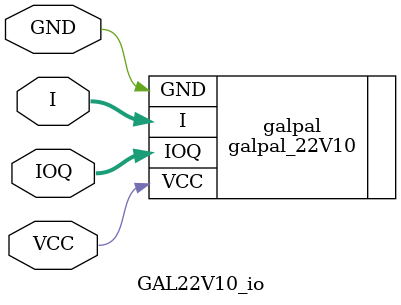
<source format=v>
/* Autogenerated from test/GAL22V10_io.jed by galpal */

module GAL22V10_io (
	input	[11:0]	I,
	inout	[9:0]	IOQ,
	input	VCC,
	input	GND
);

galpal_22V10 #(
	.FUSE(5892'b111100101001001011111010000011001000110001101010010011000100110011111111111111111111101111111111111111111111111111111111111111110000000000000000000000000000000000000000000000000000000000000000000000000000000000000000000000000000000000000000000000000000000000000000000000000000000000000000000000000000000000000000000000000000000000000000000000000000000000000000000000000000000000000000000000000000000000000000000000000000000000000000000011111111111111111111111111111111111111111110111111111111111111111111111111111111111111110000000000000000000000000000000000000000000000000000000000000000000000000000000000000000000000000000000000000000000000000000000000000000000000000000000000000000000000000000000000000000000000000000000000000000000000000000000000000000000000000000000000000000000000000000000000000000000000000000000000000000000000000000000000000000000000000000000000000000000000000000000000000000000000000000000000001111111111111111111111111111111111111110111111111111111111111111111111111111111111111111000000000000000000000000000000000000000000000000000000000000000000000000000000000000000000000000000000000000000000000000000000000000000000000000000000000000000000000000000000000000000000000000000000000000000000000000000000000000000000000000000000000000000000000000000000000000000000000000000000000000000000000000000000000000000000000000000000000000000000000000000000000000000000000000000000000000000000000000000000000000000000000000000000000000000000000000000000000000000000000000000011111111111111111111111111111111111011111111111111111111111111111111111111111111111111110000000000000000000000000000000000000000000000000000000000000000000000000000000000000000000000000000000000000000000000000000000000000000000000000000000000000000000000000000000000000000000000000000000000000000000000000000000000000000000000000000000000000000000000000000000000000000000000000000000000000000000000000000000000000000000000000000000000000000000000000000000000000000000000000000000000000000000000000000000000000000000000000000000000000000000000000000000000000000000000000000000000000000000000000000000000000000000000000000000000000000000000000000000000000000000011111111111111111111111111111110111111111111111111111111111111111111111111111111111111110000000000000000000000000000000000000000000000000000000000000000000000000000000000000000000000000000000000000000000000000000000000000000000000000000000000000000000000000000000000000000000000000000000000000000000000000000000000000000000000000000000000000000000000000000000000000000000000000000000000000000000000000000000000000000000000000000000000000000000000000000000000000000000000000000000000000000000000000000000000000000000000000000000000000000000000000000000000000000000000000000000000000000000000000000000000000000000000000000000000000000000000000000000000000000000000000000000000000000000000000000000000000000000000000000000000000000000000000000000000001111111111111111111111111110111111111111111111111111111111111111111111111111111111111111000000000000000000000000000000000000000000000000000000000000000000000000000000000000000000000000000000000000000000000000000000000000000000000000000000000000000000000000000000000000000000000000000000000000000000000000000000000000000000000000000000000000000000000000000000000000000000000000000000000000000000000000000000000000000000000000000000000000000000000000000000000000000000000000000000000000000000000000000000000000000000000000000000000000000000000000000000000000000000000000000000000000000000000000000000000000000000000000000000000000000000000000000000000000000000000000000000000000000000000000000000000000000000000000000000000000000000000000000000000000111111111111111111111110111111111111111111111111111111111111111111111111111111111111111100000000000000000000000000000000000000000000000000000000000000000000000000000000000000000000000000000000000000000000000000000000000000000000000000000000000000000000000000000000000000000000000000000000000000000000000000000000000000000000000000000000000000000000000000000000000000000000000000000000000000000000000000000000000000000000000000000000000000000000000000000000000000000000000000000000000000000000000000000000000000000000000000000000000000000000000000000000000000000000000000000000000000000000000000000000000000000000000000000000000000000000000000000000000000000000111111111111111111101111111111111111111111111111111111111111111111111111111111111111111100000000000000000000000000000000000000000000000000000000000000000000000000000000000000000000000000000000000000000000000000000000000000000000000000000000000000000000000000000000000000000000000000000000000000000000000000000000000000000000000000000000000000000000000000000000000000000000000000000000000000000000000000000000000000000000000000000000000000000000000000000000000000000000000000000000000000000000000000000000000000000000000000000000000000000000000000000000000000000000000000001111111111111110111111111111111111111111111111111111111111111111111111111111111111111111000000000000000000000000000000000000000000000000000000000000000000000000000000000000000000000000000000000000000000000000000000000000000000000000000000000000000000000000000000000000000000000000000000000000000000000000000000000000000000000000000000000000000000000000000000000000000000000000000000000000000000000000000000000000000000000000000000000000000000000000000000000000000000000000000000000000111111111110111111111111111111111111111111111111111111111111111111111111111111111111111100000000000000000000000000000000000000000000000000000000000000000000000000000000000000000000000000000000000000000000000000000000000000000000000000000000000000000000000000000000000000000000000000000000000000000000000000000000000000000000000000000000000000000000000000000000000000000000000000000000000000000000111111101111111111111111111111111111111111111111111111111111111111111111111111111111111111101111111111111111111111111111111111111111)
	) galpal (
	.I(I),
	.IOQ(IOQ),
	.VCC(VCC),
	.GND(GND)
);

endmodule

</source>
